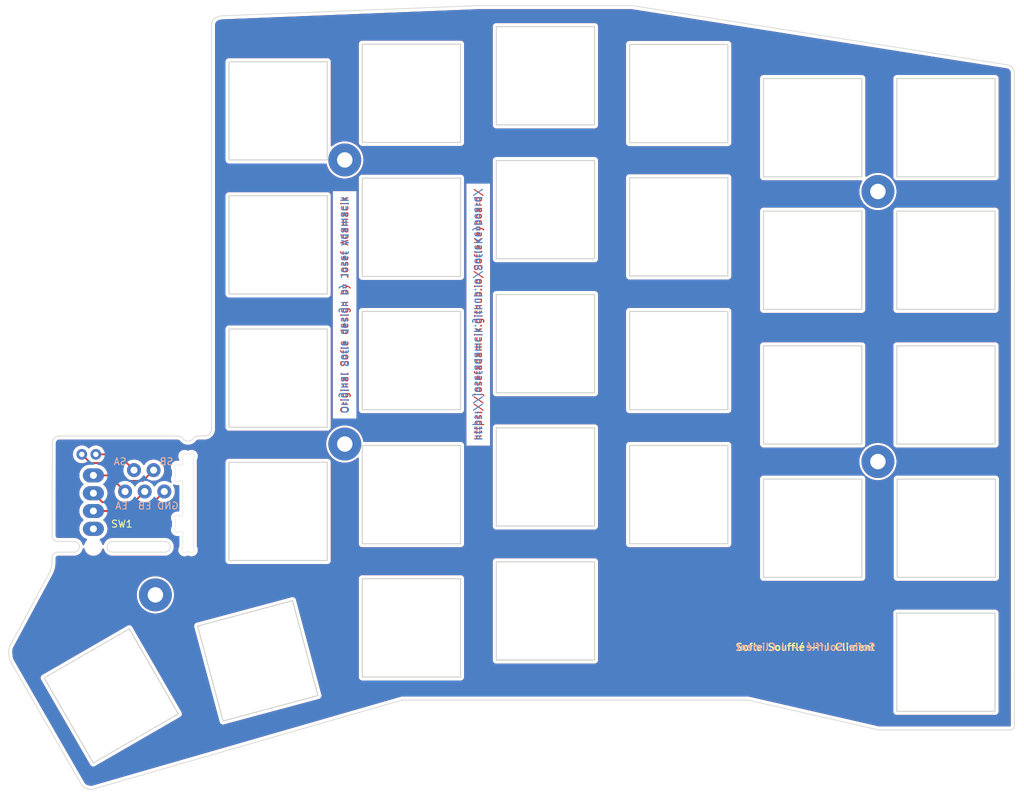
<source format=kicad_pcb>
(kicad_pcb (version 20211014) (generator pcbnew)
  (layers (0 "F.Cu" signal) (31 "B.Cu" signal) (34 "B.Paste" user) (35 "F.Paste" user) (36 "B.SilkS" user "B.Silkscreen") (37 "F.SilkS" user "F.Silkscreen") (38 "B.Mask" user) (39 "F.Mask" user) (44 "Edge.Cuts" user))
  (net 0 "")
  (net 1 "SWB")
  (net 2 "SWA")
  (net 3 "ENCB")
  (net 4 "ENCA")
  (net 5 "GND")
  (net 6 "Net-(SW1-PadNC)")
  (footprint "dane:gecko-logo" (layer "F.Cu") (at 111.867 118.702)
    (fp_text reference "G***" hide)
    (fp_text value "LOGO" hide)
  )
  (footprint "dane:gecko-logo" (layer "F.Cu") (at 199.393 133.128)
    (fp_text reference "G***" hide)
    (fp_text value "LOGO" hide)
  )
  (footprint "SofleKeyboard-footprint:HOLE_M2_TH" (layer "F.Cu") (at 207.22 63.22)
    (fp_text reference "TH4" hide)
    (fp_text value "HOLE" hide)
    (pad "" thru_hole circle locked (at -0.225 -0.275 90) (size 4.7 4.7) (drill 2.2) (layers *.Cu *.Mask "Dwgs.User") (clearance 0.3))
  )
  (footprint "SofleKeyboard-footprint:HOLE_M2_TH" (layer "F.Cu") (at 130.97 58.52)
    (fp_text reference "TH3" hide)
    (fp_text value "HOLE" hide)
    (pad "" thru_hole circle locked (at 0.025 -0.075 90) (size 4.7 4.7) (drill 2.2) (layers *.Cu *.Mask "Dwgs.User") (clearance 0.3))
  )
  (footprint "SofleKeyboard-footprint:HOLE_M2_TH" (layer "F.Cu") (at 207.17 101.47)
    (fp_text reference "TH6" hide)
    (fp_text value "HOLE" hide)
    (pad "" thru_hole circle locked (at -0.175 -0.025 90) (size 4.7 4.7) (drill 2.2) (layers *.Cu *.Mask "Dwgs.User") (clearance 0.3))
  )
  (footprint "SofleKeyboard-footprint:HOLE_M2_TH" (layer "F.Cu") (at 131.02 99.02)
    (fp_text reference "TH5" hide)
    (fp_text value "HOLE" hide)
    (pad "" thru_hole circle locked (at -0.025 -0.075 90) (size 4.7 4.7) (drill 2.2) (layers *.Cu *.Mask "Dwgs.User") (clearance 0.3))
  )
  (footprint "SofleKeyboard-footprint:HOLE_M2_TH" (layer "F.Cu") (at 103.995 120.445 90)
    (fp_text reference "TH7" hide)
    (fp_text value "HOLE" hide)
    (pad "" thru_hole circle locked (at 0 0 180) (size 4.7 4.7) (drill 2.2) (layers *.Cu *.Mask "Dwgs.User") (clearance 0.3))
  )
  (footprint "SofleRGB:EVQWGD001" (layer "F.Cu") (at 101.003 107.019)
    (fp_text reference "SW1" hide)
    (fp_text value "EVQWGD001" hide)
    (fp_text user "${REFERENCE}" (at -1.783 3.317) (layer "F.SilkS"))
    (fp_line (start 6.902987 1.993499) (end 6.902987 -2.656501) (layer "Edge.Cuts") (width 0.05))
    (fp_line (start 6.902987 -5.256501) (end 6.902987 -6.056501) (layer "Edge.Cuts") (width 0.05))
    (fp_line (start 7.453011 7.293469) (end 7.852987 7.293499) (layer "Edge.Cuts") (width 0.05))
    (fp_line (start 5.852987 -4.506501) (end 5.852987 -3.406501) (layer "Edge.Cuts") (width 0.05))
    (fp_line (start 6.702987 -2.856501) (end 6.402987 -2.856501) (layer "Edge.Cuts") (width 0.05))
    (fp_line (start 7.452987 -6.606501) (end 7.852987 -6.606501) (layer "Edge.Cuts") (width 0.05))
    (fp_line (start 8.402987 6.743499) (end 8.402987 -6.056501) (layer "Edge.Cuts") (width 0.05))
    (fp_line (start 6.702987 2.193499) (end 6.402987 2.193499) (layer "Edge.Cuts") (width 0.05))
    (fp_line (start 5.852987 2.743499) (end 5.852987 3.843499) (layer "Edge.Cuts") (width 0.05))
    (fp_line (start 6.702987 -5.056501) (end 6.402987 -5.056501) (layer "Edge.Cuts") (width 0.05))
    (fp_line (start 6.902988 6.743499) (end 6.902987 4.593499) (layer "Edge.Cuts") (width 0.05))
    (fp_line (start 6.702987 4.393499) (end 6.402987 4.393499) (layer "Edge.Cuts") (width 0.05))
    (fp_arc (start 7.852987 -6.606501) (mid 8.429121 -6.632635) (end 8.402987 -6.056501) (layer "Edge.Cuts") (width 0.05))
    (fp_arc (start 6.902987 -5.256501) (mid 6.844408 -5.11508) (end 6.702987 -5.056501) (layer "Edge.Cuts") (width 0.05))
    (fp_arc (start 6.402987 4.393499) (mid 5.826853 4.419633) (end 5.852987 3.843499) (layer "Edge.Cuts") (width 0.05))
    (fp_arc (start 6.702987 4.393499) (mid 6.844408 4.452078) (end 6.902987 4.593499) (layer "Edge.Cuts") (width 0.05))
    (fp_arc (start 6.902987 -6.056501) (mid 6.876853 -6.632635) (end 7.452987 -6.606501) (layer "Edge.Cuts") (width 0.05))
    (fp_arc (start 5.852987 2.743499) (mid 5.826853 2.167365) (end 6.402987 2.193499) (layer "Edge.Cuts") (width 0.05))
    (fp_arc (start 7.453011 7.293469) (mid 6.876867 7.319646) (end 6.902988 6.743499) (layer "Edge.Cuts") (width 0.05))
    (fp_arc (start 6.702987 -2.856501) (mid 6.844408 -2.797922) (end 6.902987 -2.656501) (layer "Edge.Cuts") (width 0.05))
    (fp_arc (start 6.902987 1.993499) (mid 6.844408 2.13492) (end 6.702987 2.193499) (layer "Edge.Cuts") (width 0.05))
    (fp_arc (start 8.402987 6.743499) (mid 8.429121 7.319633) (end 7.852987 7.293499) (layer "Edge.Cuts") (width 0.05))
    (fp_arc (start 6.402987 -2.856501) (mid 5.826853 -2.830367) (end 5.852987 -3.406501) (layer "Edge.Cuts") (width 0.05))
    (fp_arc (start 5.852987 -4.506501) (mid 5.826853 -5.082635) (end 6.402987 -5.056501) (layer "Edge.Cuts") (width 0.05))
    (pad "" np_thru_hole circle locked (at -5.847013 6.553499 90) (size 1.6 1.6) (drill 1.6) (layers *.Cu))
    (pad "A" thru_hole oval locked (at -5.847013 -3.606501 90) (size 2 3) (drill 1) (layers *.Cu "B.Mask") (net 4 "ENCA"))
    (pad "B" thru_hole oval locked (at -5.847013 -1.066501 90) (size 2 3) (drill 1) (layers *.Cu "B.Mask") (net 3 "ENCB"))
    (pad "C" thru_hole oval locked (at -5.847013 1.473499 90) (size 2 3) (drill 1) (layers *.Cu "B.Mask") (net 5 "GND"))
    (pad "NC" thru_hole oval locked (at -5.847013 4.013499 90) (size 2 3) (drill 1) (layers *.Cu "B.Mask") (net 6 "Net-(SW1-PadNC)"))
    (pad "S1" thru_hole circle locked (at -7.497013 -6.606501 90) (size 1.524 1.524) (drill 0.762) (layers *.Cu "B.Mask") (net 1 "SWB"))
    (pad "S2" thru_hole oval locked (at -5.497013 -6.606501 90) (size 1.524 1.524) (drill 0.762) (layers *.Cu "B.Mask") (net 2 "SWA"))
  )
  (footprint "" (layer "F.Cu") (at 102.471 105.713)
    (fp_text reference "" (at 0 0) (layer "F.SilkS") (effects (font (size 1.27 1.27))))
    (fp_text value "" (at 0 0) (layer "F.SilkS") (effects (font (size 1.27 1.27))))
    (fp_text user "EB" (at 0 2.032 unlocked) (layer "B.SilkS") (effects (justify mirror)))
    (pad "B" thru_hole circle locked (at 0 0 270) (size 2 2) (drill 1) (layers *.Cu *.Mask) (net 3 "ENCB"))
  )
  (footprint "" (layer "F.Cu") (at 103.741 102.665)
    (fp_text reference "" (at 0 0) (layer "F.SilkS") (effects (font (size 1.27 1.27))))
    (fp_text value "" (at 0 0) (layer "F.SilkS") (effects (font (size 1.27 1.27))))
    (fp_text user "SB" (at 1.829 -1.219 unlocked) (layer "B.SilkS") (effects (justify mirror)))
    (pad "1" thru_hole circle (at 0 0) (size 2 2) (drill 1) (layers *.Cu *.Mask) (net 1 "SWB"))
  )
  (footprint "" (layer "F.Cu") (at 100.947 102.665)
    (fp_text reference "" (at 0 0) (layer "F.SilkS") (effects (font (size 1.27 1.27))))
    (fp_text value "" (at 0 0) (layer "F.SilkS") (effects (font (size 1.27 1.27))))
    (fp_text user "SA" (at -1.981 -1.219 unlocked) (layer "B.SilkS") (effects (justify mirror)))
    (pad "1" thru_hole circle (at 0 0) (size 2 2) (drill 1) (layers *.Cu *.Mask) (net 2 "SWA"))
  )
  (footprint "" (layer "F.Cu") (at 105.265 105.713)
    (fp_text reference "" (at 0 0) (layer "F.SilkS") (effects (font (size 1.27 1.27))))
    (fp_text value "" (at 0 0) (layer "F.SilkS") (effects (font (size 1.27 1.27))))
    (fp_text user "GND" (at 0.508 2.032 unlocked) (layer "B.SilkS") (effects (justify mirror)))
    (pad "C" thru_hole circle locked (at 0 0 270) (size 2 2) (drill 1) (layers *.Cu *.Mask) (net 5 "GND"))
  )
  (footprint "" (layer "F.Cu") (at 99.677 105.713)
    (fp_text reference "" (at 0 0) (layer "F.SilkS") (effects (font (size 1.27 1.27))))
    (fp_text value "" (at 0 0) (layer "F.SilkS") (effects (font (size 1.27 1.27))))
    (fp_text user "EA" (at -0.508 2.032 unlocked) (layer "B.SilkS") (effects (justify mirror)))
    (pad "A" thru_hole circle locked (at 0 0 270) (size 2 2) (drill 1) (layers *.Cu *.Mask) (net 4 "ENCA"))
  )
  (footprint "dane:gecko-logo" (layer "B.Cu") (at 112.957 118.702 180)
    (fp_text reference "G***" hide)
    (fp_text value "LOGO" hide)
  )
  (footprint "dane:gecko-logo" (layer "B.Cu") (at 200.143 133.128 180)
    (fp_text reference "G***" hide)
    (fp_text value "LOGO" hide)
  )
  (gr_line (start 107.267178 137.407178) (end 95.142822 144.407178) (layer "Edge.Cuts") (width 0.15))
  (gr_line (start 100.267178 125.282822) (end 107.267178 137.407178) (layer "Edge.Cuts") (width 0.15))
  (gr_line (start 95.142822 144.407178) (end 88.142822 132.282822) (layer "Edge.Cuts") (width 0.15))
  (gr_line (start 88.142822 132.282822) (end 100.267178 125.282822) (layer "Edge.Cuts") (width 0.15))
  (gr_line (start 226.278881 45.442807) (end 226.365281 45.623672) (layer "Edge.Cuts") (width 0.1))
  (gr_line (start 93.545 147.645) (end 83.295 129.845) (layer "Edge.Cuts") (width 0.1))
  (gr_line (start 171.945 36.445) (end 225.470441 44.890146) (layer "Edge.Cuts") (width 0.1))
  (gr_line (start 89.270257 115.845) (end 89.195 116.495) (layer "Edge.Cuts") (width 0.1))
  (gr_line (start 94.345 148.095) (end 94.895 148.195) (layer "Edge.Cuts") (width 0.1))
  (gr_line (start 83.145 129.345) (end 83.095 128.745) (layer "Edge.Cuts") (width 0.1))
  (gr_line (start 93.895 147.945) (end 94.345 148.095) (layer "Edge.Cuts") (width 0.1))
  (gr_line (start 225.672111 44.941776) (end 225.856871 45.026466) (layer "Edge.Cuts") (width 0.1))
  (gr_line (start 89.195 116.495) (end 88.995 117.095) (layer "Edge.Cuts") (width 0.1))
  (gr_line (start 83.095 128.745) (end 83.095 128.345) (layer "Edge.Cuts") (width 0.1))
  (gr_line (start 93.545 147.645) (end 93.895 147.945) (layer "Edge.Cuts") (width 0.1))
  (gr_line (start 225.470441 44.890146) (end 225.672111 44.941776) (layer "Edge.Cuts") (width 0.1))
  (gr_line (start 226.419381 45.819571) (end 226.438181 46.026902) (layer "Edge.Cuts") (width 0.1))
  (gr_line (start 83.195 127.845) (end 88.995 117.095) (layer "Edge.Cuts") (width 0.1))
  (gr_line (start 226.365281 45.623672) (end 226.419381 45.819571) (layer "Edge.Cuts") (width 0.1))
  (gr_line (start 149.995 36.445) (end 113.395 37.9) (layer "Edge.Cuts") (width 0.1))
  (gr_line (start 139.149128 135.445) (end 188.495 135.445) (layer "Edge.Cuts") (width 0.1))
  (gr_line (start 83.295 129.845) (end 83.145 129.345) (layer "Edge.Cuts") (width 0.1))
  (gr_line (start 83.095 128.345) (end 83.195 127.845) (layer "Edge.Cuts") (width 0.1))
  (gr_line (start 139.149128 135.445) (end 94.895 148.195) (layer "Edge.Cuts") (width 0.1))
  (gr_line (start 226.021621 45.1406) (end 226.163321 45.280582) (layer "Edge.Cuts") (width 0.1))
  (gr_line (start 149.995 36.445) (end 171.945 36.445) (layer "Edge.Cuts") (width 0.1))
  (gr_line (start 226.163321 45.280582) (end 226.278881 45.442807) (layer "Edge.Cuts") (width 0.1))
  (gr_line (start 89.275178 112.000822) (end 89.3 98.8) (layer "Edge.Cuts") (width 0.1))
  (gr_line (start 225.856871 45.026466) (end 226.021621 45.1406) (layer "Edge.Cuts") (width 0.1))
  (gr_line (start 225.865741 139.704819) (end 207.1053 139.70482) (layer "Edge.Cuts") (width 0.1))
  (gr_arc (start 226.439802 139.135974) (mid 226.271311 139.540023) (end 225.865741 139.704819) (layer "Edge.Cuts") (width 0.1))
  (gr_line (start 226.438181 46.026902) (end 226.439802 139.135974) (layer "Edge.Cuts") (width 0.1))
  (gr_line (start 209.686 137.049) (end 209.686 123.049) (layer "Edge.Cuts") (width 0.15))
  (gr_line (start 209.686 123.049) (end 223.686 123.049) (layer "Edge.Cuts") (width 0.15))
  (gr_line (start 223.686 137.049) (end 209.686 137.049) (layer "Edge.Cuts") (width 0.15))
  (gr_line (start 207.1053 139.70482) (end 188.495 135.445) (layer "Edge.Cuts") (width 0.1))
  (gr_line (start 223.686 123.049) (end 223.686 137.049) (layer "Edge.Cuts") (width 0.15))
  (gr_line (start 128.495 82.545) (end 128.495 96.545) (layer "Edge.Cuts") (width 0.15))
  (gr_line (start 204.695 84.945) (end 204.695 98.945) (layer "Edge.Cuts") (width 0.15))
  (gr_line (start 166.595 91.635) (end 152.595 91.635) (layer "Edge.Cuts") (width 0.15))
  (gr_line (start 209.695 46.845) (end 223.695 46.845) (layer "Edge.Cuts") (width 0.15))
  (gr_line (start 209.745 117.945) (end 209.745 103.945) (layer "Edge.Cuts") (width 0.15))
  (gr_line (start 171.595 74.985) (end 171.595 60.985) (layer "Edge.Cuts") (width 0.15))
  (gr_line (start 152.595 115.735) (end 166.595 115.735) (layer "Edge.Cuts") (width 0.15))
  (gr_line (start 147.495 99.145) (end 147.495 113.145) (layer "Edge.Cuts") (width 0.15))
  (gr_arc (start 109.411178 98.108822) (mid 109.779072 97.879923) (end 110.204928 97.8) (layer "Edge.Cuts") (width 0.1))
  (gr_line (start 209.695 65.745) (end 223.695 65.745) (layer "Edge.Cuts") (width 0.15))
  (gr_line (start 112.095 38.7) (end 112.295 38.4) (layer "Edge.Cuts") (width 0.1))
  (gr_line (start 223.745 103.945) (end 223.745 117.945) (layer "Edge.Cuts") (width 0.15))
  (gr_line (start 190.695 103.945) (end 204.695 103.945) (layer "Edge.Cuts") (width 0.15))
  (gr_arc (start 111.995 96.8) (mid 111.702106 97.507106) (end 110.995 97.8) (layer "Edge.Cuts") (width 0.1))
  (gr_line (start 127.168214 134.794747) (end 113.645253 138.418214) (layer "Edge.Cuts") (width 0.15))
  (gr_line (start 90.3 97.8) (end 107.093428 97.8) (layer "Edge.Cuts") (width 0.1))
  (gr_line (start 185.595 60.985) (end 185.595 74.985) (layer "Edge.Cuts") (width 0.15))
  (gr_arc (start 97.885928 114.360822) (mid 97.123928 113.598822) (end 97.885928 112.836822) (layer "Edge.Cuts") (width 0.1))
  (gr_line (start 133.495 118.145) (end 147.495 118.145) (layer "Edge.Cuts") (width 0.15))
  (gr_line (start 223.745 117.945) (end 209.745 117.945) (layer "Edge.Cuts") (width 0.15))
  (gr_line (start 147.495 132.145) (end 133.495 132.145) (layer "Edge.Cuts") (width 0.15))
  (gr_line (start 123.544747 121.271786) (end 127.168214 134.794747) (layer "Edge.Cuts") (width 0.15))
  (gr_line (start 185.595 99.145) (end 185.595 113.145) (layer "Edge.Cuts") (width 0.15))
  (gr_line (start 147.495 41.945) (end 147.495 55.945) (layer "Edge.Cuts") (width 0.15))
  (gr_line (start 190.695 117.945) (end 190.695 103.945) (layer "Edge.Cuts") (width 0.15))
  (gr_line (start 152.595 39.445) (end 166.595 39.445) (layer "Edge.Cuts") (width 0.15))
  (gr_line (start 114.495 115.545) (end 114.495 101.545) (layer "Edge.Cuts") (width 0.15))
  (gr_line (start 171.595 80.045) (end 185.595 80.045) (layer "Edge.Cuts") (width 0.15))
  (gr_arc (start 92.393178 112.836822) (mid 93.155178 113.598822) (end 92.393178 114.360822) (layer "Edge.Cuts") (width 0.1))
  (gr_line (start 171.595 94.045) (end 171.595 80.045) (layer "Edge.Cuts") (width 0.15))
  (gr_line (start 133.495 113.145) (end 133.495 99.145) (layer "Edge.Cuts") (width 0.15))
  (gr_line (start 166.595 53.445) (end 152.595 53.445) (layer "Edge.Cuts") (width 0.15))
  (gr_line (start 152.595 129.735) (end 152.595 115.735) (layer "Edge.Cuts") (width 0.15))
  (gr_line (start 89.270257 115.845) (end 89.267178 115.202909) (layer "Edge.Cuts") (width 0.1))
  (gr_line (start 204.695 103.945) (end 204.695 117.945) (layer "Edge.Cuts") (width 0.15))
  (gr_line (start 111.995 39.045) (end 112.095 38.7) (layer "Edge.Cuts") (width 0.1))
  (gr_line (start 171.595 113.145) (end 171.595 99.145) (layer "Edge.Cuts") (width 0.15))
  (gr_line (start 102.807178 112.836822) (end 105.347178 112.836822) (layer "Edge.Cuts") (width 0.1))
  (gr_line (start 223.695 79.745) (end 209.695 79.745) (layer "Edge.Cuts") (width 0.15))
  (gr_line (start 190.695 79.745) (end 190.695 65.745) (layer "Edge.Cuts") (width 0.15))
  (gr_line (start 114.495 58.445) (end 114.495 44.445) (layer "Edge.Cuts") (width 0.15))
  (gr_line (start 204.695 46.845) (end 204.695 60.845) (layer "Edge.Cuts") (width 0.15))
  (gr_line (start 133.495 99.145) (end 147.495 99.145) (layer "Edge.Cuts") (width 0.15))
  (gr_line (start 185.595 80.045) (end 185.595 94.045) (layer "Edge.Cuts") (width 0.15))
  (gr_arc (start 105.347178 112.836822) (mid 106.109178 113.598822) (end 105.347178 114.360822) (layer "Edge.Cuts") (width 0.1))
  (gr_line (start 133.495 75.045) (end 133.495 61.045) (layer "Edge.Cuts") (width 0.15))
  (gr_line (start 204.695 98.945) (end 190.695 98.945) (layer "Edge.Cuts") (width 0.15))
  (gr_line (start 110.021786 124.895253) (end 123.544747 121.271786) (layer "Edge.Cuts") (width 0.15))
  (gr_line (start 171.595 60.985) (end 185.595 60.985) (layer "Edge.Cuts") (width 0.15))
  (gr_line (start 166.595 96.635) (end 166.595 110.635) (layer "Edge.Cuts") (width 0.15))
  (gr_arc (start 107.093428 97.8) (mid 107.519282 97.879927) (end 107.887178 98.108822) (layer "Edge.Cuts") (width 0.1))
  (gr_arc (start 109.411178 98.108822) (mid 108.649178 98.541402) (end 107.887178 98.108822) (layer "Edge.Cuts") (width 0.1))
  (gr_line (start 128.495 77.545) (end 114.495 77.545) (layer "Edge.Cuts") (width 0.15))
  (gr_line (start 128.495 115.545) (end 114.495 115.545) (layer "Edge.Cuts") (width 0.15))
  (gr_line (start 185.595 113.145) (end 171.595 113.145) (layer "Edge.Cuts") (width 0.15))
  (gr_line (start 223.695 84.945) (end 223.695 98.945) (layer "Edge.Cuts") (width 0.15))
  (gr_line (start 209.695 98.945) (end 209.695 84.945) (layer "Edge.Cuts") (width 0.15))
  (gr_line (start 166.595 129.735) (end 152.595 129.735) (layer "Edge.Cuts") (width 0.15))
  (gr_line (start 223.695 65.745) (end 223.695 79.745) (layer "Edge.Cuts") (width 0.15))
  (gr_line (start 223.695 98.945) (end 209.695 98.945) (layer "Edge.Cuts") (width 0.15))
  (gr_line (start 133.495 80.045) (end 147.495 80.045) (layer "Edge.Cuts") (width 0.15))
  (gr_line (start 147.495 61.045) (end 147.495 75.045) (layer "Edge.Cuts") (width 0.15))
  (gr_arc (start 89.3 98.8) (mid 89.592894 98.092894) (end 90.3 97.8) (layer "Edge.Cuts") (width 0.1))
  (gr_line (start 133.495 61.045) (end 147.495 61.045) (layer "Edge.Cuts") (width 0.15))
  (gr_line (start 223.695 60.845) (end 209.695 60.845) (layer "Edge.Cuts") (width 0.15))
  (gr_line (start 112.295 38.4) (end 112.495 38.2) (layer "Edge.Cuts") (width 0.1))
  (gr_line (start 190.695 98.945) (end 190.695 84.945) (layer "Edge.Cuts") (width 0.15))
  (gr_line (start 171.595 99.145) (end 185.595 99.145) (layer "Edge.Cuts") (width 0.15))
  (gr_line (start 209.695 84.945) (end 223.695 84.945) (layer "Edge.Cuts") (width 0.15))
  (gr_line (start 166.595 110.635) (end 152.595 110.635) (layer "Edge.Cuts") (width 0.15))
  (gr_line (start 152.595 91.635) (end 152.595 77.635) (layer "Edge.Cuts") (width 0.15))
  (gr_line (start 128.495 58.445) (end 114.495 58.445) (layer "Edge.Cuts") (width 0.15))
  (gr_arc (start 89.267178 115.202909) (mid 89.51247 114.60759) (end 90.107178 114.360822) (layer "Edge.Cuts") (width 0.1))
  (gr_line (start 147.495 75.045) (end 133.495 75.045) (layer "Edge.Cuts") (width 0.15))
  (gr_line (start 128.495 101.545) (end 128.495 115.545) (layer "Edge.Cuts") (width 0.15))
  (gr_line (start 147.495 118.145) (end 147.495 132.145) (layer "Edge.Cuts") (width 0.15))
  (gr_line (start 105.347178 114.360822) (end 102.807178 114.360822) (layer "Edge.Cuts") (width 0.1))
  (gr_line (start 152.595 77.635) (end 166.595 77.635) (layer "Edge.Cuts") (width 0.15))
  (gr_line (start 112.695 38.1) (end 112.995 38) (layer "Edge.Cuts") (width 0.1))
  (gr_line (start 190.695 65.745) (end 204.695 65.745) (layer "Edge.Cuts") (width 0.15))
  (gr_line (start 171.595 41.985) (end 185.595 41.985) (layer "Edge.Cuts") (width 0.15))
  (gr_line (start 128.495 96.545) (end 114.495 96.545) (layer "Edge.Cuts") (width 0.15))
  (gr_line (start 152.595 110.635) (end 152.595 96.635) (layer "Edge.Cuts") (width 0.15))
  (gr_line (start 166.595 77.635) (end 166.595 91.635) (layer "Edge.Cuts") (width 0.15))
  (gr_line (start 128.495 63.545) (end 128.495 77.545) (layer "Edge.Cuts") (width 0.15))
  (gr_line (start 133.495 41.945) (end 147.495 41.945) (layer "Edge.Cuts") (width 0.15))
  (gr_line (start 147.495 94.045) (end 133.495 94.045) (layer "Edge.Cuts") (width 0.15))
  (gr_line (start 114.495 101.545) (end 128.495 101.545) (layer "Edge.Cuts") (width 0.15))
  (gr_line (start 152.595 96.635) (end 166.595 96.635) (layer "Edge.Cuts") (width 0.15))
  (gr_line (start 152.595 53.445) (end 152.595 39.445) (layer "Edge.Cuts") (width 0.15))
  (gr_line (start 147.495 55.945) (end 133.495 55.945) (layer "Edge.Cuts") (width 0.15))
  (gr_line (start 204.695 60.845) (end 190.695 60.845) (layer "Edge.Cuts") (width 0.15))
  (gr_line (start 102.807178 114.360822) (end 97.885928 114.360822) (layer "Edge.Cuts") (width 0.1))
  (gr_line (start 128.495 44.445) (end 128.495 58.445) (layer "Edge.Cuts") (width 0.15))
  (gr_line (start 133.495 94.045) (end 133.495 80.045) (layer "Edge.Cuts") (width 0.15))
  (gr_line (start 113.645253 138.418214) (end 110.021786 124.895253) (layer "Edge.Cuts") (width 0.15))
  (gr_line (start 92.393178 114.360822) (end 90.107178 114.360822) (layer "Edge.Cuts") (width 0.1))
  (gr_line (start 147.495 80.045) (end 147.495 94.045) (layer "Edge.Cuts") (width 0.15))
  (gr_line (start 111.995 96.8) (end 111.995 39.045) (layer "Edge.Cuts") (width 0.1))
  (gr_line (start 114.495 44.445) (end 128.495 44.445) (layer "Edge.Cuts") (width 0.15))
  (gr_line (start 190.695 60.845) (end 190.695 46.845) (layer "Edge.Cuts") (width 0.15))
  (gr_line (start 97.885928 112.836822) (end 102.807178 112.836822) (layer "Edge.Cuts") (width 0.1))
  (gr_line (start 185.595 74.985) (end 171.595 74.985) (layer "Edge.Cuts") (width 0.15))
  (gr_line (start 204.695 117.945) (end 190.695 117.945) (layer "Edge.Cuts") (width 0.15))
  (gr_line (start 133.495 55.945) (end 133.495 41.945) (layer "Edge.Cuts") (width 0.15))
  (gr_line (start 166.595 58.535) (end 166.595 72.535) (layer "Edge.Cuts") (width 0.15))
  (gr_line (start 114.495 82.545) (end 128.495 82.545) (layer "Edge.Cuts") (width 0.15))
  (gr_line (start 166.595 115.735) (end 166.595 129.735) (layer "Edge.Cuts") (width 0.15))
  (gr_line (start 204.695 79.745) (end 190.695 79.745) (layer "Edge.Cuts") (width 0.15))
  (gr_line (start 114.495 77.545) (end 114.495 63.545) (layer "Edge.Cuts") (width 0.15))
  (gr_line (start 114.495 96.545) (end 114.495 82.545) (layer "Edge.Cuts") (width 0.15))
  (gr_line (start 185.595 41.985) (end 185.595 55.985) (layer "Edge.Cuts") (width 0.15))
  (gr_line (start 112.495 38.2) (end 112.695 38.1) (layer "Edge.Cuts") (width 0.1))
  (gr_line (start 152.595 58.535) (end 166.595 58.535) (layer "Edge.Cuts") (width 0.15))
  (gr_line (start 110.204928 97.8) (end 110.995 97.8) (layer "Edge.Cuts") (width 0.1))
  (gr_line (start 190.695 46.845) (end 204.695 46.845) (layer "Edge.Cuts") (width 0.15))
  (gr_line (start 114.495 63.545) (end 128.495 63.545) (layer "Edge.Cuts") (width 0.15))
  (gr_line (start 185.595 94.045) (end 171.595 94.045) (layer "Edge.Cuts") (width 0.15))
  (gr_line (start 147.495 113.145) (end 133.495 113.145) (layer "Edge.Cuts") (width 0.15))
  (gr_line (start 223.695 46.845) (end 223.695 60.845) (layer "Edge.Cuts") (width 0.15))
  (gr_line (start 90.107178 112.836822) (end 92.393178 112.836822) (layer "Edge.Cuts") (width 0.1))
  (gr_line (start 209.695 79.745) (end 209.695 65.745) (layer "Edge.Cuts") (width 0.15))
  (gr_line (start 166.595 39.445) (end 166.595 53.445) (layer "Edge.Cuts") (width 0.15))
  (gr_line (start 112.995 38) (end 113.395 37.9) (layer "Edge.Cuts") (width 0.1))
  (gr_line (start 166.595 72.535) (end 152.595 72.535) (layer "Edge.Cuts") (width 0.15))
  (gr_line (start 185.595 55.985) (end 171.595 55.985) (layer "Edge.Cuts") (width 0.15))
  (gr_line (start 190.695 84.945) (end 204.695 84.945) (layer "Edge.Cuts") (width 0.15))
  (gr_line (start 171.595 55.985) (end 171.595 41.985) (layer "Edge.Cuts") (width 0.15))
  (gr_line (start 209.745 103.945) (end 223.745 103.945) (layer "Edge.Cuts") (width 0.15))
  (gr_line (start 209.695 60.845) (end 209.695 46.845) (layer "Edge.Cuts") (width 0.15))
  (gr_arc (start 90.107178 112.836822) (mid 89.518827 112.590349) (end 89.275178 112.000822) (layer "Edge.Cuts") (width 0.1))
  (gr_line (start 152.595 72.535) (end 152.595 58.535) (layer "Edge.Cuts") (width 0.15))
  (gr_line (start 133.495 132.145) (end 133.495 118.145) (layer "Edge.Cuts") (width 0.15))
  (gr_line (start 204.695 65.745) (end 204.695 79.745) (layer "Edge.Cuts") (width 0.15))
  (gr_text "https://josefadamcik.github.io/SofleKeyboard/" (at 150.02 80.5 90) (layer "F.Cu") (effects (font (size 1 1))))
  (gr_text "Original Sofle design by Josef Adamacik" (at 130.97 79.094 90) (layer "F.Cu") (effects (font (size 1 1))))
  (gr_text "https://josefadamcik.github.io/SofleKeyboard/" (at 150.02 80.5 270) (layer "B.Cu") (effects (font (size 1 1)) (justify mirror)))
  (gr_text "Original Sofle design by Josef Adamacik" (at 130.97 79.094 270) (layer "B.Cu") (effects (font (size 1 1)) (justify mirror)))
  (gr_text "Sofle Soufflé - J Climent" (at 196.694 127.882) (layer "B.SilkS") (effects (font (size 1 1) (thickness 0.2)) (justify mirror)))
  (gr_text "Sofle Soufflé - J Climent" (at 196.635 127.901) (layer "F.SilkS") (effects (font (size 1 1) (thickness 0.2))))
  (segment (start 102.217 104.189) (end 103.741 102.665) (width 0.25) (layer "F.Cu") (net 1))
  (segment (start 97.645 101.649) (end 100.185 104.189) (width 0.25) (layer "F.Cu") (net 1))
  (segment (start 94.742488 101.649) (end 97.645 101.649) (width 0.25) (layer "F.Cu") (net 1))
  (segment (start 93.505987 100.412499) (end 94.742488 101.649) (width 0.25) (layer "F.Cu") (net 1))
  (segment (start 100.185 104.189) (end 102.217 104.189) (width 0.25) (layer "F.Cu") (net 1))
  (segment (start 98.694499 100.412499) (end 100.947 102.665) (width 0.25) (layer "F.Cu") (net 2))
  (segment (start 95.505987 100.412499) (end 98.694499 100.412499) (width 0.25) (layer "F.Cu") (net 2))
  (segment (start 100.947 107.237) (end 102.471 105.713) (width 0.25) (layer "F.Cu") (net 3))
  (segment (start 96.440488 107.237) (end 100.947 107.237) (width 0.25) (layer "F.Cu") (net 3))
  (segment (start 95.155987 105.952499) (end 96.440488 107.237) (width 0.25) (layer "F.Cu") (net 3))
  (segment (start 97.376499 103.412499) (end 99.677 105.713) (width 0.25) (layer "F.Cu") (net 4))
  (segment (start 95.155987 103.412499) (end 97.376499 103.412499) (width 0.25) (layer "F.Cu") (net 4))
  (segment (start 95.155987 103.412499) (end 95.155987 103.578652) (width 0.25) (layer "B.Cu") (net 4))
  (segment (start 102.485501 108.492499) (end 105.265 105.713) (width 0.25) (layer "F.Cu") (net 5))
  (segment (start 95.155987 108.492499) (end 102.485501 108.492499) (width 0.25) (layer "F.Cu") (net 5))
  (zone (net 0) (net_name "") (layer "F.Cu") (connect_pads (clearance 0.508)) (min_thickness 0.254) (fill yes (thermal_gap 0.508) (thermal_bridge_width 0.508))
    (polygon (pts (xy 81.945 128.645) (xy 93.895 149.095) (xy 138.995 136.395) (xy 158.245 136.495) (xy 188.445 136.295) (xy 203.966822 140.410822) (xy 227.842822 140.156822) (xy 226.995 44.245) (xy 172.695 35.745) (xy 88.445 38.045) (xy 88.795 116.445)))
  )
  (zone (net 0) (net_name "") (layer "B.Cu") (connect_pads (clearance 0.508)) (min_thickness 0.254) (fill yes (thermal_gap 0.508) (thermal_bridge_width 0.508))
    (polygon (pts (xy 81.845 128.695) (xy 93.595 149.295) (xy 139.095 136.295) (xy 188.445 136.745) (xy 203.966822 140.156822) (xy 227.842822 140.156822) (xy 226.795 44.745) (xy 172.495 35.645) (xy 88.595 38.345) (xy 88.945 116.095)))
  )
)
</source>
